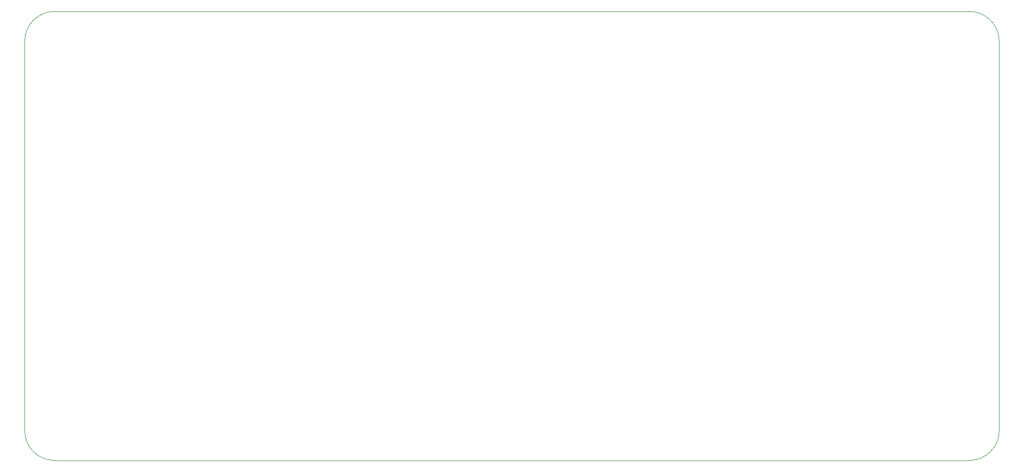
<source format=gbr>
%TF.GenerationSoftware,KiCad,Pcbnew,7.0.10-7.0.10~ubuntu22.04.1*%
%TF.CreationDate,2024-01-03T15:26:10-06:00*%
%TF.ProjectId,aom_driver,616f6d5f-6472-4697-9665-722e6b696361,v1*%
%TF.SameCoordinates,Original*%
%TF.FileFunction,Profile,NP*%
%FSLAX46Y46*%
G04 Gerber Fmt 4.6, Leading zero omitted, Abs format (unit mm)*
G04 Created by KiCad (PCBNEW 7.0.10-7.0.10~ubuntu22.04.1) date 2024-01-03 15:26:10*
%MOMM*%
%LPD*%
G01*
G04 APERTURE LIST*
%TA.AperFunction,Profile*%
%ADD10C,0.100000*%
%TD*%
G04 APERTURE END LIST*
D10*
X228854500Y-137795500D02*
X73914500Y-137795500D01*
X233934500Y-66675500D02*
X233934500Y-132715500D01*
X73914500Y-61595500D02*
X228854500Y-61595500D01*
X68834500Y-132715500D02*
X68834500Y-66675500D01*
X68834500Y-132715500D02*
G75*
G03*
X73914500Y-137795500I5080000J0D01*
G01*
X228854500Y-137795500D02*
G75*
G03*
X233934500Y-132715500I0J5080000D01*
G01*
X233934500Y-66675500D02*
G75*
G03*
X228854500Y-61595500I-5080000J0D01*
G01*
X73914500Y-61595500D02*
G75*
G03*
X68834500Y-66675500I0J-5080000D01*
G01*
M02*

</source>
